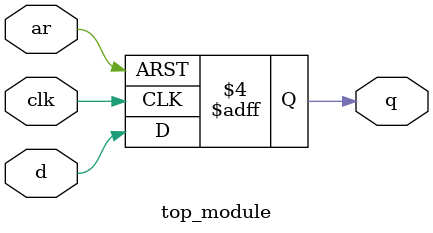
<source format=sv>
module top_module (
    input clk,
    input d,
    input ar,
    output reg q // declare q as a reg type
);

reg q; // declare q as a reg type

always @(posedge clk or posedge ar) begin // trigger on posedge for both clk and ar
    if (ar == 1'b1) // use 1'b1 instead of 1, to represent a binary value
        q <= 1'b0; // assign 1'b0 instead of 0, to represent a binary value
    else if (clk == 1'b1) // use 1'b1 instead of 1, to represent a binary value
        q <= d; // assign the value of d to q
end

endmodule

</source>
